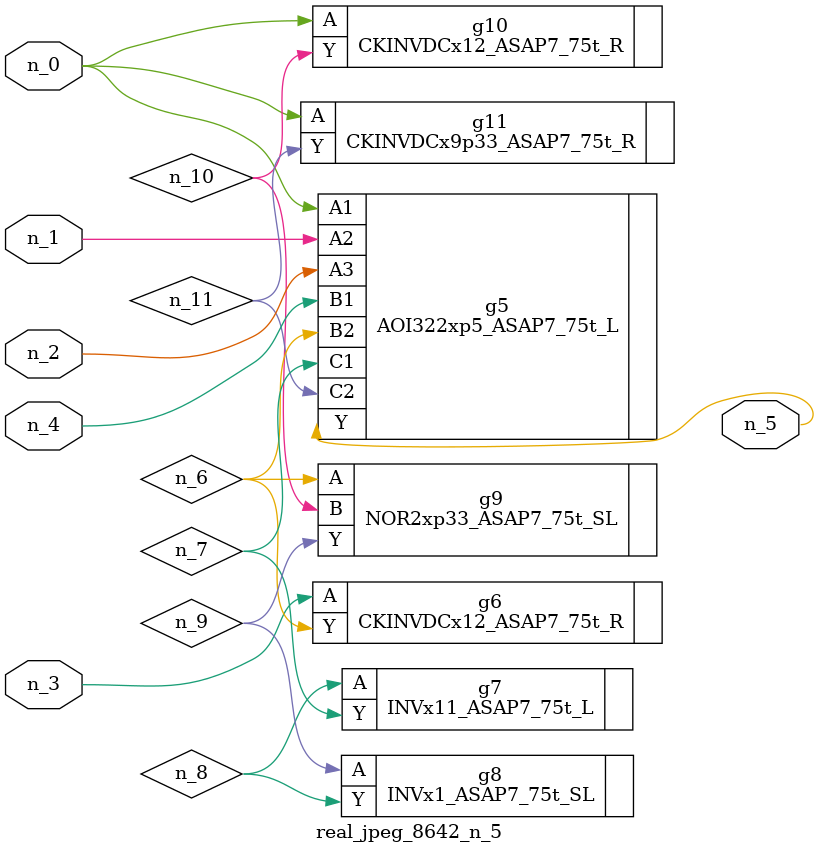
<source format=v>
module real_jpeg_8642_n_5 (n_4, n_0, n_1, n_2, n_3, n_5);

input n_4;
input n_0;
input n_1;
input n_2;
input n_3;

output n_5;

wire n_8;
wire n_11;
wire n_6;
wire n_7;
wire n_10;
wire n_9;

AOI322xp5_ASAP7_75t_L g5 ( 
.A1(n_0),
.A2(n_1),
.A3(n_2),
.B1(n_4),
.B2(n_6),
.C1(n_7),
.C2(n_11),
.Y(n_5)
);

CKINVDCx12_ASAP7_75t_R g10 ( 
.A(n_0),
.Y(n_10)
);

CKINVDCx9p33_ASAP7_75t_R g11 ( 
.A(n_0),
.Y(n_11)
);

CKINVDCx12_ASAP7_75t_R g6 ( 
.A(n_3),
.Y(n_6)
);

NOR2xp33_ASAP7_75t_SL g9 ( 
.A(n_6),
.B(n_10),
.Y(n_9)
);

INVx11_ASAP7_75t_L g7 ( 
.A(n_8),
.Y(n_7)
);

INVx1_ASAP7_75t_SL g8 ( 
.A(n_9),
.Y(n_8)
);


endmodule
</source>
